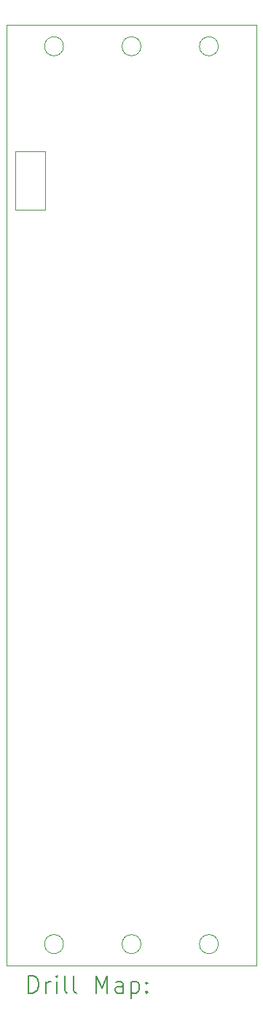
<source format=gbr>
%TF.GenerationSoftware,KiCad,Pcbnew,7.0.5*%
%TF.CreationDate,2023-06-06T16:58:11-04:00*%
%TF.ProjectId,SIDE,53494445-2e6b-4696-9361-645f70636258,rev?*%
%TF.SameCoordinates,Original*%
%TF.FileFunction,Drillmap*%
%TF.FilePolarity,Positive*%
%FSLAX45Y45*%
G04 Gerber Fmt 4.5, Leading zero omitted, Abs format (unit mm)*
G04 Created by KiCad (PCBNEW 7.0.5) date 2023-06-06 16:58:11*
%MOMM*%
%LPD*%
G01*
G04 APERTURE LIST*
%ADD10C,0.100000*%
%ADD11C,0.200000*%
G04 APERTURE END LIST*
D10*
X16622000Y-15021802D02*
X13722000Y-15021802D01*
X16622000Y-4121802D02*
X13722000Y-4121802D01*
X15282000Y-14771802D02*
G75*
G03*
X15282000Y-14771802I-110000J0D01*
G01*
X16622000Y-4121802D02*
X16622000Y-15021802D01*
X16182000Y-14771802D02*
G75*
G03*
X16182000Y-14771802I-110000J0D01*
G01*
X14382000Y-14771802D02*
G75*
G03*
X14382000Y-14771802I-110000J0D01*
G01*
X14382000Y-4371802D02*
G75*
G03*
X14382000Y-4371802I-110000J0D01*
G01*
X16182000Y-4371802D02*
G75*
G03*
X16182000Y-4371802I-110000J0D01*
G01*
X13722000Y-4121802D02*
X13722000Y-15021802D01*
X13822000Y-5591802D02*
X14172000Y-5591802D01*
X14172000Y-6261802D01*
X13822000Y-6261802D01*
X13822000Y-5591802D01*
X15282000Y-4371802D02*
G75*
G03*
X15282000Y-4371802I-110000J0D01*
G01*
D11*
X13977777Y-15338286D02*
X13977777Y-15138286D01*
X13977777Y-15138286D02*
X14025396Y-15138286D01*
X14025396Y-15138286D02*
X14053967Y-15147810D01*
X14053967Y-15147810D02*
X14073015Y-15166857D01*
X14073015Y-15166857D02*
X14082539Y-15185905D01*
X14082539Y-15185905D02*
X14092062Y-15224000D01*
X14092062Y-15224000D02*
X14092062Y-15252572D01*
X14092062Y-15252572D02*
X14082539Y-15290667D01*
X14082539Y-15290667D02*
X14073015Y-15309714D01*
X14073015Y-15309714D02*
X14053967Y-15328762D01*
X14053967Y-15328762D02*
X14025396Y-15338286D01*
X14025396Y-15338286D02*
X13977777Y-15338286D01*
X14177777Y-15338286D02*
X14177777Y-15204953D01*
X14177777Y-15243048D02*
X14187301Y-15224000D01*
X14187301Y-15224000D02*
X14196824Y-15214476D01*
X14196824Y-15214476D02*
X14215872Y-15204953D01*
X14215872Y-15204953D02*
X14234920Y-15204953D01*
X14301586Y-15338286D02*
X14301586Y-15204953D01*
X14301586Y-15138286D02*
X14292062Y-15147810D01*
X14292062Y-15147810D02*
X14301586Y-15157334D01*
X14301586Y-15157334D02*
X14311110Y-15147810D01*
X14311110Y-15147810D02*
X14301586Y-15138286D01*
X14301586Y-15138286D02*
X14301586Y-15157334D01*
X14425396Y-15338286D02*
X14406348Y-15328762D01*
X14406348Y-15328762D02*
X14396824Y-15309714D01*
X14396824Y-15309714D02*
X14396824Y-15138286D01*
X14530158Y-15338286D02*
X14511110Y-15328762D01*
X14511110Y-15328762D02*
X14501586Y-15309714D01*
X14501586Y-15309714D02*
X14501586Y-15138286D01*
X14758729Y-15338286D02*
X14758729Y-15138286D01*
X14758729Y-15138286D02*
X14825396Y-15281143D01*
X14825396Y-15281143D02*
X14892062Y-15138286D01*
X14892062Y-15138286D02*
X14892062Y-15338286D01*
X15073015Y-15338286D02*
X15073015Y-15233524D01*
X15073015Y-15233524D02*
X15063491Y-15214476D01*
X15063491Y-15214476D02*
X15044443Y-15204953D01*
X15044443Y-15204953D02*
X15006348Y-15204953D01*
X15006348Y-15204953D02*
X14987301Y-15214476D01*
X15073015Y-15328762D02*
X15053967Y-15338286D01*
X15053967Y-15338286D02*
X15006348Y-15338286D01*
X15006348Y-15338286D02*
X14987301Y-15328762D01*
X14987301Y-15328762D02*
X14977777Y-15309714D01*
X14977777Y-15309714D02*
X14977777Y-15290667D01*
X14977777Y-15290667D02*
X14987301Y-15271619D01*
X14987301Y-15271619D02*
X15006348Y-15262095D01*
X15006348Y-15262095D02*
X15053967Y-15262095D01*
X15053967Y-15262095D02*
X15073015Y-15252572D01*
X15168253Y-15204953D02*
X15168253Y-15404953D01*
X15168253Y-15214476D02*
X15187301Y-15204953D01*
X15187301Y-15204953D02*
X15225396Y-15204953D01*
X15225396Y-15204953D02*
X15244443Y-15214476D01*
X15244443Y-15214476D02*
X15253967Y-15224000D01*
X15253967Y-15224000D02*
X15263491Y-15243048D01*
X15263491Y-15243048D02*
X15263491Y-15300191D01*
X15263491Y-15300191D02*
X15253967Y-15319238D01*
X15253967Y-15319238D02*
X15244443Y-15328762D01*
X15244443Y-15328762D02*
X15225396Y-15338286D01*
X15225396Y-15338286D02*
X15187301Y-15338286D01*
X15187301Y-15338286D02*
X15168253Y-15328762D01*
X15349205Y-15319238D02*
X15358729Y-15328762D01*
X15358729Y-15328762D02*
X15349205Y-15338286D01*
X15349205Y-15338286D02*
X15339682Y-15328762D01*
X15339682Y-15328762D02*
X15349205Y-15319238D01*
X15349205Y-15319238D02*
X15349205Y-15338286D01*
X15349205Y-15214476D02*
X15358729Y-15224000D01*
X15358729Y-15224000D02*
X15349205Y-15233524D01*
X15349205Y-15233524D02*
X15339682Y-15224000D01*
X15339682Y-15224000D02*
X15349205Y-15214476D01*
X15349205Y-15214476D02*
X15349205Y-15233524D01*
M02*

</source>
